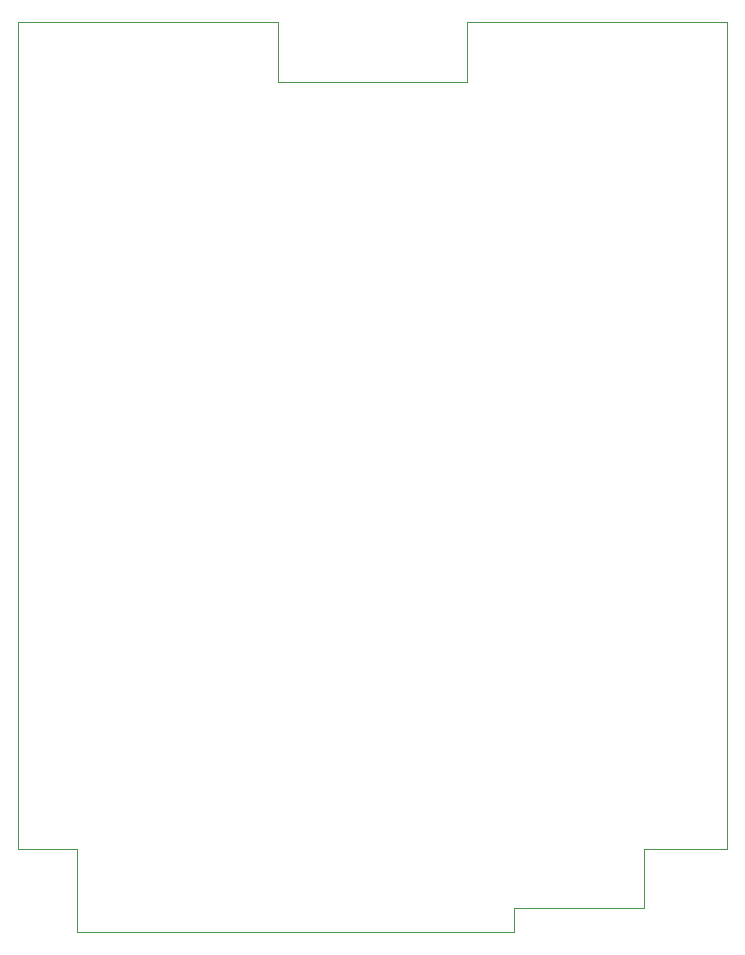
<source format=gbr>
%TF.GenerationSoftware,KiCad,Pcbnew,(6.0.0-0)*%
%TF.CreationDate,2022-11-25T12:17:00-08:00*%
%TF.ProjectId,Ibanez_FL-9,4962616e-657a-45f4-964c-2d392e6b6963,v02*%
%TF.SameCoordinates,Original*%
%TF.FileFunction,Profile,NP*%
%FSLAX46Y46*%
G04 Gerber Fmt 4.6, Leading zero omitted, Abs format (unit mm)*
G04 Created by KiCad (PCBNEW (6.0.0-0)) date 2022-11-25 12:17:00*
%MOMM*%
%LPD*%
G01*
G04 APERTURE LIST*
%TA.AperFunction,Profile*%
%ADD10C,0.050000*%
%TD*%
G04 APERTURE END LIST*
D10*
X233000000Y-115000000D02*
X222000000Y-115000000D01*
X202000000Y-45000000D02*
X218000000Y-45000000D01*
X180000000Y-40000000D02*
X202000000Y-40000000D01*
X240000000Y-110000000D02*
X233000000Y-110000000D01*
X218000000Y-45000000D02*
X218000000Y-40000000D01*
X218000000Y-40000000D02*
X240000000Y-40000000D01*
X202000000Y-40000000D02*
X202000000Y-45000000D01*
X180000000Y-110000000D02*
X180000000Y-40000000D01*
X233000000Y-110000000D02*
X233000000Y-115000000D01*
X240000000Y-40000000D02*
X240000000Y-110000000D01*
X185000000Y-110000000D02*
X180000000Y-110000000D01*
X185000000Y-117000000D02*
X185000000Y-110000000D01*
X222000000Y-115000000D02*
X222000000Y-117000000D01*
X222000000Y-117000000D02*
X185000000Y-117000000D01*
M02*

</source>
